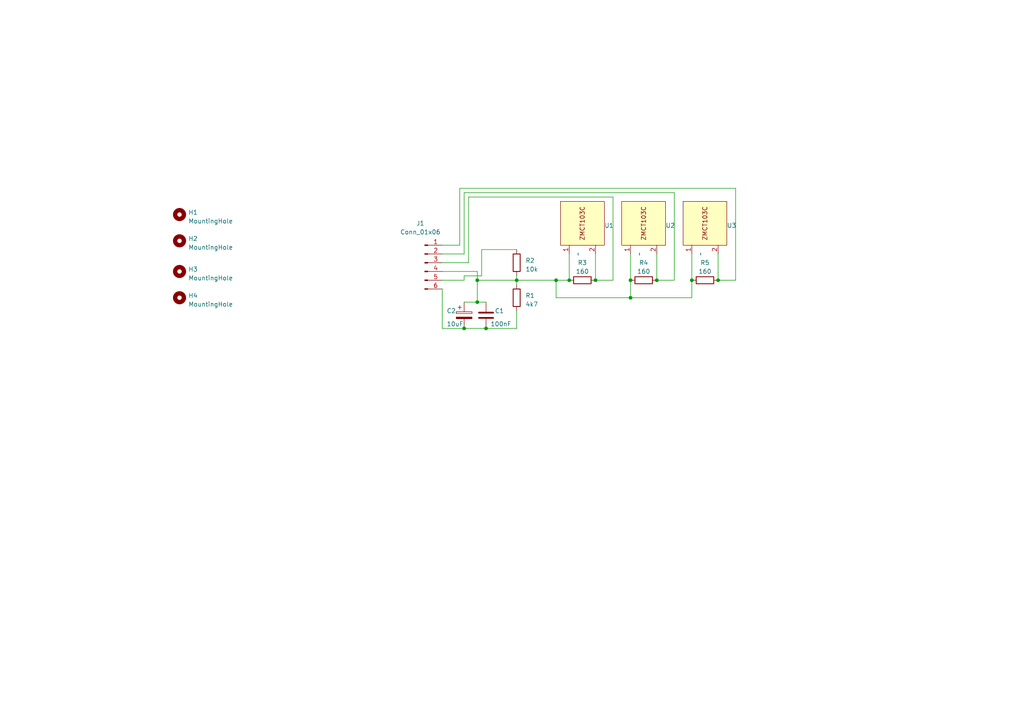
<source format=kicad_sch>
(kicad_sch (version 20230121) (generator eeschema)
  (paper "A4")
  (lib_symbols
    (symbol "1_custom_symbol_library:ZMCT103C"
      (property "Reference" "U" (at 0 0 0))
      (symbol "ZMCT103C_1_1"
        (rectangle (start 2.54 5.08) (end 15.24 -7.62) (fill (type background)))
        (text "ZMCT103C" (at 8.89 -1.27 0) (effects (font (size 1.27 1.27))))
        (pin output line (at 0 2.54 0) (length 2.54) (name "") (number "1"))
        (pin output line (at 0 -5.08 0) (length 2.54) (name "") (number "2"))
      )
    )
    (symbol "Connector:Conn_01x06_Pin" (pin_names (offset 1.016) hide)
      (property "Reference" "J" (at 0 7.62 0))
      (property "Value" "Conn_01x06_Pin" (at 0 -10.16 0))
      (symbol "Conn_01x06_Pin_1_1"
        (polyline (pts (xy 1.27 -7.62) (xy 0.8636 -7.62)) (stroke (width 0.1524)))
        (polyline (pts (xy 1.27 -5.08) (xy 0.8636 -5.08)) (stroke (width 0.1524)))
        (polyline (pts (xy 1.27 -2.54) (xy 0.8636 -2.54)) (stroke (width 0.1524)))
        (polyline (pts (xy 1.27 0) (xy 0.8636 0)) (stroke (width 0.1524)))
        (polyline (pts (xy 1.27 2.54) (xy 0.8636 2.54)) (stroke (width 0.1524)))
        (polyline (pts (xy 1.27 5.08) (xy 0.8636 5.08)) (stroke (width 0.1524)))
        (rectangle (start 0.8636 -7.493) (end 0 -7.747) (stroke (width 0.1524)) (fill (type outline)))
        (rectangle (start 0.8636 -4.953) (end 0 -5.207) (stroke (width 0.1524)) (fill (type outline)))
        (rectangle (start 0.8636 -2.413) (end 0 -2.667) (stroke (width 0.1524)) (fill (type outline)))
        (rectangle (start 0.8636 0.127) (end 0 -0.127) (stroke (width 0.1524)) (fill (type outline)))
        (rectangle (start 0.8636 2.667) (end 0 2.413) (stroke (width 0.1524)) (fill (type outline)))
        (rectangle (start 0.8636 5.207) (end 0 4.953) (stroke (width 0.1524)) (fill (type outline)))
        (pin passive line (at 5.08 5.08 180) (length 3.81) (name "Pin_1") (number "1"))
        (pin passive line (at 5.08 2.54 180) (length 3.81) (name "Pin_2") (number "2"))
        (pin passive line (at 5.08 0 180) (length 3.81) (name "Pin_3") (number "3"))
        (pin passive line (at 5.08 -2.54 180) (length 3.81) (name "Pin_4") (number "4"))
        (pin passive line (at 5.08 -5.08 180) (length 3.81) (name "Pin_5") (number "5"))
        (pin passive line (at 5.08 -7.62 180) (length 3.81) (name "Pin_6") (number "6"))
      )
    )
    (symbol "Device:C" (pin_numbers hide) (pin_names (offset 0.254))
      (property "Reference" "C" (at 0.635 2.54 0))
      (property "Value" "C" (at 0.635 -2.54 0))
      (symbol "C_0_1"
        (polyline (pts (xy -2.032 -0.762) (xy 2.032 -0.762)) (stroke (width 0.508)))
        (polyline (pts (xy -2.032 0.762) (xy 2.032 0.762)) (stroke (width 0.508)))
      )
      (symbol "C_1_1"
        (pin passive line (at 0 3.81 270) (length 2.794) (name "~") (number "1"))
        (pin passive line (at 0 -3.81 90) (length 2.794) (name "~") (number "2"))
      )
    )
    (symbol "Device:C_Polarized" (pin_numbers hide) (pin_names (offset 0.254))
      (property "Reference" "C" (at 0.635 2.54 0))
      (property "Value" "C_Polarized" (at 0.635 -2.54 0))
      (symbol "C_Polarized_0_1"
        (rectangle (start -2.286 0.508) (end 2.286 1.016))
        (polyline (pts (xy -1.778 2.286) (xy -0.762 2.286)))
        (polyline (pts (xy -1.27 2.794) (xy -1.27 1.778)))
        (rectangle (start 2.286 -0.508) (end -2.286 -1.016) (fill (type outline)))
      )
      (symbol "C_Polarized_1_1"
        (pin passive line (at 0 3.81 270) (length 2.794) (name "~") (number "1"))
        (pin passive line (at 0 -3.81 90) (length 2.794) (name "~") (number "2"))
      )
    )
    (symbol "Device:R" (pin_numbers hide) (pin_names (offset 0))
      (property "Reference" "R" (at 2.032 0 90))
      (property "Value" "R" (at 0 0 90))
      (symbol "R_0_1"
        (rectangle (start -1.016 -2.54) (end 1.016 2.54) (stroke (width 0.254)))
      )
      (symbol "R_1_1"
        (pin passive line (at 0 3.81 270) (length 1.27) (name "~") (number "1"))
        (pin passive line (at 0 -3.81 90) (length 1.27) (name "~") (number "2"))
      )
    )
    (symbol "Mechanical:MountingHole" (pin_names (offset 1.016))
      (property "Reference" "H" (at 0 5.08 0))
      (property "Value" "MountingHole" (at 0 3.175 0))
      (symbol "MountingHole_0_1"
        (circle (center 0 0) (radius 1.27) (stroke (width 1.27)))
      )
    )
  )
  (junction (at 208.28 81.28))
  (junction (at 200.66 81.28))
  (junction (at 190.5 81.28))
  (junction (at 182.88 86.36))
  (junction (at 134.62 95.25))
  (junction (at 138.43 87.63))
  (junction (at 182.88 81.28))
  (junction (at 172.72 81.28))
  (junction (at 165.1 81.28))
  (junction (at 140.97 95.25))
  (junction (at 161.29 81.28))
  (junction (at 149.86 81.28))
  (junction (at 138.43 81.28))
  (wire (pts (xy 139.7 80.01) (xy 134.62 80.01)))
  (wire (pts (xy 200.66 86.36) (xy 182.88 86.36)))
  (wire (pts (xy 177.8 57.15) (xy 177.8 81.28)))
  (wire (pts (xy 138.43 78.74) (xy 138.43 81.28)))
  (wire (pts (xy 133.35 71.12) (xy 133.35 54.61)))
  (wire (pts (xy 134.62 55.88) (xy 195.58 55.88)))
  (wire (pts (xy 135.89 76.2) (xy 135.89 57.15)))
  (wire (pts (xy 182.88 86.36) (xy 161.29 86.36)))
  (wire (pts (xy 128.27 83.82) (xy 128.27 95.25)))
  (wire (pts (xy 134.62 80.01) (xy 134.62 81.28)))
  (wire (pts (xy 182.88 81.28) (xy 182.88 86.36)))
  (wire (pts (xy 134.62 95.25) (xy 140.97 95.25)))
  (wire (pts (xy 128.27 95.25) (xy 134.62 95.25)))
  (wire (pts (xy 135.89 57.15) (xy 177.8 57.15)))
  (wire (pts (xy 190.5 73.66) (xy 190.5 81.28)))
  (wire (pts (xy 134.62 87.63) (xy 138.43 87.63)))
  (wire (pts (xy 195.58 81.28) (xy 190.5 81.28)))
  (wire (pts (xy 128.27 76.2) (xy 135.89 76.2)))
  (wire (pts (xy 134.62 73.66) (xy 134.62 55.88)))
  (wire (pts (xy 139.7 72.39) (xy 149.86 72.39)))
  (wire (pts (xy 149.86 81.28) (xy 149.86 82.55)))
  (wire (pts (xy 149.86 90.17) (xy 149.86 95.25)))
  (wire (pts (xy 165.1 73.66) (xy 165.1 81.28)))
  (wire (pts (xy 128.27 78.74) (xy 138.43 78.74)))
  (wire (pts (xy 138.43 81.28) (xy 149.86 81.28)))
  (wire (pts (xy 195.58 55.88) (xy 195.58 81.28)))
  (wire (pts (xy 172.72 73.66) (xy 172.72 81.28)))
  (wire (pts (xy 128.27 71.12) (xy 133.35 71.12)))
  (wire (pts (xy 213.36 54.61) (xy 213.36 81.28)))
  (wire (pts (xy 133.35 54.61) (xy 213.36 54.61)))
  (wire (pts (xy 177.8 81.28) (xy 172.72 81.28)))
  (wire (pts (xy 134.62 81.28) (xy 128.27 81.28)))
  (wire (pts (xy 128.27 73.66) (xy 134.62 73.66)))
  (wire (pts (xy 139.7 72.39) (xy 139.7 80.01)))
  (wire (pts (xy 200.66 81.28) (xy 200.66 86.36)))
  (wire (pts (xy 161.29 81.28) (xy 165.1 81.28)))
  (wire (pts (xy 208.28 73.66) (xy 208.28 81.28)))
  (wire (pts (xy 149.86 80.01) (xy 149.86 81.28)))
  (wire (pts (xy 161.29 86.36) (xy 161.29 81.28)))
  (wire (pts (xy 200.66 73.66) (xy 200.66 81.28)))
  (wire (pts (xy 149.86 81.28) (xy 161.29 81.28)))
  (wire (pts (xy 213.36 81.28) (xy 208.28 81.28)))
  (wire (pts (xy 182.88 73.66) (xy 182.88 81.28)))
  (wire (pts (xy 138.43 81.28) (xy 138.43 87.63)))
  (wire (pts (xy 138.43 87.63) (xy 140.97 87.63)))
  (wire (pts (xy 149.86 95.25) (xy 140.97 95.25)))
  (symbol (lib_id "Device:R") (at 186.69 81.28 90) (unit 1)
    (property "Reference" "R4" (at 186.69 76.2 90))
    (property "Value" "160" (at 186.69 78.74 90))
    (property "Footprint" "Resistor_THT:R_Axial_DIN0207_L6.3mm_D2.5mm_P7.62mm_Horizontal" (effects hide))
  )
  (symbol (lib_id "1_custom_symbol_library:ZMCT103C") (at 167.64 73.66 90) (unit 1)
    (property "Reference" "U1" (at 175.26 65.405 90) (effects (justify right)))
    (property "Value" "~" (at 167.64 73.66 0))
    (property "Footprint" "1_custom_library:ZMCT103C" (effects hide))
  )
  (symbol (lib_id "Mechanical:MountingHole") (at 52.07 78.74 0) (unit 1)
    (property "Reference" "H3" (at 54.61 78.105 0) (effects (justify left)))
    (property "Value" "MountingHole" (at 54.61 80.645 0) (effects (justify left)))
    (property "Footprint" "MountingHole:MountingHole_3.2mm_M3_DIN965_Pad" (effects hide))
  )
  (symbol (lib_id "Mechanical:MountingHole") (at 52.07 62.23 0) (unit 1)
    (property "Reference" "H1" (at 54.61 61.595 0) (effects (justify left)))
    (property "Value" "MountingHole" (at 54.61 64.135 0) (effects (justify left)))
    (property "Footprint" "MountingHole:MountingHole_3.2mm_M3_DIN965_Pad" (effects hide))
  )
  (symbol (lib_id "1_custom_symbol_library:ZMCT103C") (at 203.2 73.66 90) (unit 1)
    (property "Reference" "U3" (at 210.82 65.405 90) (effects (justify right)))
    (property "Value" "~" (at 203.2 73.66 0))
    (property "Footprint" "1_custom_library:ZMCT103C" (effects hide))
  )
  (symbol (lib_id "Connector:Conn_01x06_Pin") (at 123.19 76.2 0) (unit 1)
    (property "Reference" "J1" (at 121.92 64.77 0))
    (property "Value" "Conn_01x06" (at 121.92 67.31 0))
    (property "Footprint" "Connector_JST:JST_XH_S6B-XH-A_1x06_P2.50mm_Horizontal" (effects hide))
  )
  (symbol (lib_id "Device:R") (at 149.86 76.2 180) (unit 1)
    (property "Reference" "R2" (at 152.4 75.565 0) (effects (justify right)))
    (property "Value" "10k" (at 152.4 78.105 0) (effects (justify right)))
    (property "Footprint" "Resistor_THT:R_Axial_DIN0207_L6.3mm_D2.5mm_P7.62mm_Horizontal" (effects hide))
  )
  (symbol (lib_id "Mechanical:MountingHole") (at 52.07 69.85 0) (unit 1)
    (property "Reference" "H2" (at 54.61 69.215 0) (effects (justify left)))
    (property "Value" "MountingHole" (at 54.61 71.755 0) (effects (justify left)))
    (property "Footprint" "MountingHole:MountingHole_3.2mm_M3_DIN965_Pad" (effects hide))
  )
  (symbol (lib_id "1_custom_symbol_library:ZMCT103C") (at 185.42 73.66 90) (unit 1)
    (property "Reference" "U2" (at 193.04 65.405 90) (effects (justify right)))
    (property "Value" "~" (at 185.42 73.66 0))
    (property "Footprint" "1_custom_library:ZMCT103C" (effects hide))
  )
  (symbol (lib_id "Device:R") (at 149.86 86.36 0) (unit 1)
    (property "Reference" "R1" (at 152.4 85.725 0) (effects (justify left)))
    (property "Value" "4k7" (at 152.4 88.265 0) (effects (justify left)))
    (property "Footprint" "Resistor_THT:R_Axial_DIN0207_L6.3mm_D2.5mm_P7.62mm_Horizontal" (effects hide))
  )
  (symbol (lib_id "Mechanical:MountingHole") (at 52.07 86.36 0) (unit 1)
    (property "Reference" "H4" (at 54.61 85.725 0) (effects (justify left)))
    (property "Value" "MountingHole" (at 54.61 88.265 0) (effects (justify left)))
    (property "Footprint" "MountingHole:MountingHole_3.2mm_M3_DIN965_Pad" (effects hide))
  )
  (symbol (lib_id "Device:C") (at 140.97 91.44 0) (unit 1)
    (property "Reference" "C1" (at 143.51 90.17 0) (effects (justify left)))
    (property "Value" "100nF" (at 142.24 93.98 0) (effects (justify left)))
    (property "Footprint" "Capacitor_THT:C_Disc_D3.8mm_W2.6mm_P2.50mm" (effects hide))
  )
  (symbol (lib_id "Device:R") (at 204.47 81.28 90) (unit 1)
    (property "Reference" "R5" (at 204.47 76.2 90))
    (property "Value" "160" (at 204.47 78.74 90))
    (property "Footprint" "Resistor_THT:R_Axial_DIN0207_L6.3mm_D2.5mm_P7.62mm_Horizontal" (effects hide))
  )
  (symbol (lib_id "Device:R") (at 168.91 81.28 90) (unit 1)
    (property "Reference" "R3" (at 168.91 76.2 90))
    (property "Value" "160" (at 168.91 78.74 90))
    (property "Footprint" "Resistor_THT:R_Axial_DIN0207_L6.3mm_D2.5mm_P7.62mm_Horizontal" (effects hide))
  )
  (symbol (lib_id "Device:C_Polarized") (at 134.62 91.44 0) (unit 1)
    (property "Reference" "C2" (at 129.54 90.17 0) (effects (justify left)))
    (property "Value" "10uF" (at 129.54 93.98 0) (effects (justify left)))
    (property "Footprint" "Capacitor_THT:CP_Radial_D4.0mm_P2.00mm" (effects hide))
  )
)
</source>
